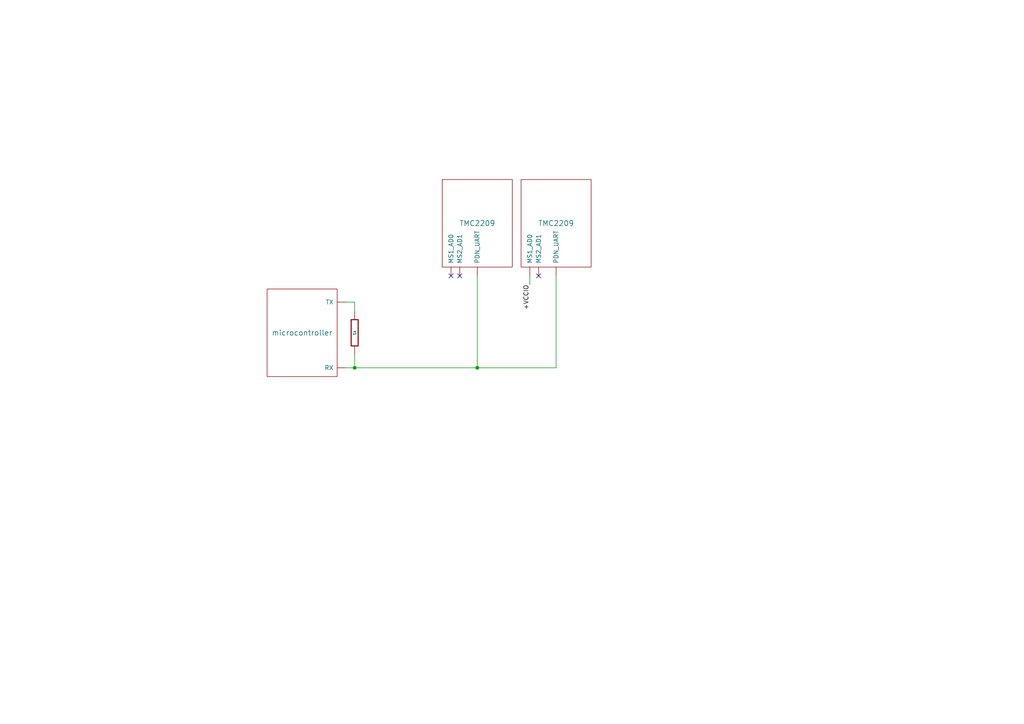
<source format=kicad_sch>
(kicad_sch (version 20230121) (generator eeschema)
  (paper "A4")
  (title_block (title "Trinamic Wiring") (date "2023-04-27") (rev "0.3") (company "Janelia Research Campus"))
  (lib_symbols
    (symbol "Janelia:R_1k_0402" (pin_numbers hide) (pin_names (offset 0))
      (property "Reference" "R" (at 2.032 0 90))
      (property "Value" "1k" (at 0 0 90))
      (symbol "R_1k_0402_0_1"
        (rectangle (start -1.016 3.81) (end 1.016 -3.81) (stroke (width 0.3048)))
      )
      (symbol "R_1k_0402_1_1"
        (pin passive line (at 0 6.35 270) (length 2.54) (name "~") (number "1"))
        (pin passive line (at 0 -6.35 90) (length 2.54) (name "~") (number "2"))
      )
    )
    (symbol "Janelia:SIMPLIFIED_MCU_UART" (pin_numbers hide) (pin_names (offset 1.016))
      (property "Value" "microcontroller" (at 0 0 0))
      (symbol "SIMPLIFIED_MCU_UART_0_1"
        (rectangle (start -10.16 12.7) (end 10.16 -12.7))
      )
      (symbol "SIMPLIFIED_MCU_UART_1_1"
        (pin input line (at 12.7 -10.16 180) (length 2.54) (name "RX") (number "0"))
        (pin output line (at 12.7 8.89 180) (length 2.54) (name "TX") (number "1"))
      )
    )
    (symbol "Janelia:SIMPLIFIED_TMC2209_ADDRESSES" (pin_numbers hide) (pin_names (offset 1.016))
      (property "Value" "TMC2209" (at 0 0 0))
      (symbol "SIMPLIFIED_TMC2209_ADDRESSES_0_1"
        (rectangle (start -10.16 12.7) (end 10.16 -12.7))
      )
      (symbol "SIMPLIFIED_TMC2209_ADDRESSES_1_1"
        (pin bidirectional line (at 0 -15.24 90) (length 2.54) (name "PDN_UART") (number "0"))
        (pin input line (at -5.08 -15.24 90) (length 2.54) (name "MS2_AD1") (number "1"))
        (pin input line (at -7.62 -15.24 90) (length 2.54) (name "MS1_AD0") (number "2"))
      )
    )
  )
  (junction (at 102.87 106.68))
  (junction (at 138.43 106.68))
  (no_connect (at 133.35 80.01))
  (no_connect (at 130.81 80.01))
  (no_connect (at 156.21 80.01))
  (wire (pts (xy 102.87 87.63) (xy 102.87 90.17)))
  (wire (pts (xy 161.29 80.01) (xy 161.29 106.68)))
  (wire (pts (xy 153.67 80.01) (xy 153.67 82.55)))
  (wire (pts (xy 138.43 106.68) (xy 161.29 106.68)))
  (wire (pts (xy 138.43 80.01) (xy 138.43 106.68)))
  (wire (pts (xy 102.87 106.68) (xy 138.43 106.68)))
  (wire (pts (xy 102.87 102.87) (xy 102.87 106.68)))
  (wire (pts (xy 100.33 87.63) (xy 102.87 87.63)))
  (wire (pts (xy 100.33 106.68) (xy 102.87 106.68)))
  (label "+VCCIO" (at 153.67 82.55 270))
  (symbol (lib_id "Janelia:SIMPLIFIED_MCU_UART") (at 87.63 96.52 0) (unit 1)
    (property "Reference" "microcontroller?" (effects hide))
    (property "Value" "microcontroller" (at 87.63 96.52 0) (effects (font (size 1.524 1.524))))
    (instances (project "trinamic_wiring" (path "" (reference "microcontroller?") (unit 1)) (path "" (reference "microcontroller1") (unit 1)) (path "" (reference "microcontroller2") (unit 1))))
  )
  (symbol (lib_id "Janelia:SIMPLIFIED_TMC2209_ADDRESSES") (at 138.43 64.77 0) (unit 1)
    (property "Reference" "TMC2" (effects hide))
    (property "Value" "TMC2209" (at 138.43 64.77 0) (effects (font (size 1.524 1.524))))
  )
  (symbol (lib_id "Janelia:R_1k_0402") (at 102.87 96.52 0) (unit 1)
    (property "Reference" "R2" (effects hide))
    (property "Value" "1k" (at 102.87 96.52 90) (effects (font (size 0.762 0.762))))
    (property "Footprint" "Janelia:R_0402_1005Metric" (effects hide))
    (property "Vendor" "Digi-Key" (effects hide))
    (property "Vendor Part Number" "311-1.00KLRCT-ND" (effects hide))
    (property "Description" "RES SMD 1K OHM 1% 1/16W" (effects hide))
    (property "Package" "0402" (effects hide))
    (property "Manufacturer" "YAGEO" (effects hide))
    (property "Manufacturer Part Number" "RC0402FR-071KL" (effects hide))
    (instances (project "trinamic_wiring" (path "" (reference "R2") (unit 1)) (path "" (reference "R3") (unit 1))))
  )
  (symbol (lib_id "Janelia:SIMPLIFIED_TMC2209_ADDRESSES") (at 161.29 64.77 0) (unit 1)
    (property "Reference" "TMC3" (effects hide))
    (property "Value" "TMC2209" (at 161.29 64.77 0) (effects (font (size 1.524 1.524))))
  )
)
</source>
